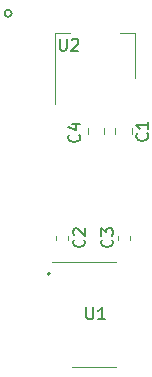
<source format=gbr>
%TF.GenerationSoftware,KiCad,Pcbnew,(5.99.0-7356-g63088e8bdb)*%
%TF.CreationDate,2021-07-04T12:00:28+08:00*%
%TF.ProjectId,DualPowerOctalTransceiver,4475616c-506f-4776-9572-4f6374616c54,rev?*%
%TF.SameCoordinates,Original*%
%TF.FileFunction,Legend,Top*%
%TF.FilePolarity,Positive*%
%FSLAX46Y46*%
G04 Gerber Fmt 4.6, Leading zero omitted, Abs format (unit mm)*
G04 Created by KiCad (PCBNEW (5.99.0-7356-g63088e8bdb)) date 2021-07-04 12:00:28*
%MOMM*%
%LPD*%
G01*
G04 APERTURE LIST*
%ADD10C,0.150000*%
%ADD11C,0.120000*%
G04 APERTURE END LIST*
D10*
X111611803Y-74238197D02*
G75*
G03*
X111611803Y-74238197I-111803J0D01*
G01*
X108351730Y-52200000D02*
G75*
G03*
X108351730Y-52200000I-301730J0D01*
G01*
%TO.C,C3*%
X116827142Y-71366666D02*
X116874761Y-71414285D01*
X116922380Y-71557142D01*
X116922380Y-71652380D01*
X116874761Y-71795238D01*
X116779523Y-71890476D01*
X116684285Y-71938095D01*
X116493809Y-71985714D01*
X116350952Y-71985714D01*
X116160476Y-71938095D01*
X116065238Y-71890476D01*
X115970000Y-71795238D01*
X115922380Y-71652380D01*
X115922380Y-71557142D01*
X115970000Y-71414285D01*
X116017619Y-71366666D01*
X115922380Y-71033333D02*
X115922380Y-70414285D01*
X116303333Y-70747619D01*
X116303333Y-70604761D01*
X116350952Y-70509523D01*
X116398571Y-70461904D01*
X116493809Y-70414285D01*
X116731904Y-70414285D01*
X116827142Y-70461904D01*
X116874761Y-70509523D01*
X116922380Y-70604761D01*
X116922380Y-70890476D01*
X116874761Y-70985714D01*
X116827142Y-71033333D01*
%TO.C,U1*%
X114688095Y-77102380D02*
X114688095Y-77911904D01*
X114735714Y-78007142D01*
X114783333Y-78054761D01*
X114878571Y-78102380D01*
X115069047Y-78102380D01*
X115164285Y-78054761D01*
X115211904Y-78007142D01*
X115259523Y-77911904D01*
X115259523Y-77102380D01*
X116259523Y-78102380D02*
X115688095Y-78102380D01*
X115973809Y-78102380D02*
X115973809Y-77102380D01*
X115878571Y-77245238D01*
X115783333Y-77340476D01*
X115688095Y-77388095D01*
%TO.C,U2*%
X112438095Y-54352380D02*
X112438095Y-55161904D01*
X112485714Y-55257142D01*
X112533333Y-55304761D01*
X112628571Y-55352380D01*
X112819047Y-55352380D01*
X112914285Y-55304761D01*
X112961904Y-55257142D01*
X113009523Y-55161904D01*
X113009523Y-54352380D01*
X113438095Y-54447619D02*
X113485714Y-54400000D01*
X113580952Y-54352380D01*
X113819047Y-54352380D01*
X113914285Y-54400000D01*
X113961904Y-54447619D01*
X114009523Y-54542857D01*
X114009523Y-54638095D01*
X113961904Y-54780952D01*
X113390476Y-55352380D01*
X114009523Y-55352380D01*
%TO.C,C2*%
X114457142Y-71366666D02*
X114504761Y-71414285D01*
X114552380Y-71557142D01*
X114552380Y-71652380D01*
X114504761Y-71795238D01*
X114409523Y-71890476D01*
X114314285Y-71938095D01*
X114123809Y-71985714D01*
X113980952Y-71985714D01*
X113790476Y-71938095D01*
X113695238Y-71890476D01*
X113600000Y-71795238D01*
X113552380Y-71652380D01*
X113552380Y-71557142D01*
X113600000Y-71414285D01*
X113647619Y-71366666D01*
X113647619Y-70985714D02*
X113600000Y-70938095D01*
X113552380Y-70842857D01*
X113552380Y-70604761D01*
X113600000Y-70509523D01*
X113647619Y-70461904D01*
X113742857Y-70414285D01*
X113838095Y-70414285D01*
X113980952Y-70461904D01*
X114552380Y-71033333D01*
X114552380Y-70414285D01*
%TO.C,C4*%
X114057142Y-62466666D02*
X114104761Y-62514285D01*
X114152380Y-62657142D01*
X114152380Y-62752380D01*
X114104761Y-62895238D01*
X114009523Y-62990476D01*
X113914285Y-63038095D01*
X113723809Y-63085714D01*
X113580952Y-63085714D01*
X113390476Y-63038095D01*
X113295238Y-62990476D01*
X113200000Y-62895238D01*
X113152380Y-62752380D01*
X113152380Y-62657142D01*
X113200000Y-62514285D01*
X113247619Y-62466666D01*
X113485714Y-61609523D02*
X114152380Y-61609523D01*
X113104761Y-61847619D02*
X113819047Y-62085714D01*
X113819047Y-61466666D01*
%TO.C,C1*%
X119807142Y-62366666D02*
X119854761Y-62414285D01*
X119902380Y-62557142D01*
X119902380Y-62652380D01*
X119854761Y-62795238D01*
X119759523Y-62890476D01*
X119664285Y-62938095D01*
X119473809Y-62985714D01*
X119330952Y-62985714D01*
X119140476Y-62938095D01*
X119045238Y-62890476D01*
X118950000Y-62795238D01*
X118902380Y-62652380D01*
X118902380Y-62557142D01*
X118950000Y-62414285D01*
X118997619Y-62366666D01*
X119902380Y-61414285D02*
X119902380Y-61985714D01*
X119902380Y-61700000D02*
X118902380Y-61700000D01*
X119045238Y-61795238D01*
X119140476Y-61890476D01*
X119188095Y-61985714D01*
D11*
%TO.C,C3*%
X118410000Y-71362779D02*
X118410000Y-71037221D01*
X117390000Y-71362779D02*
X117390000Y-71037221D01*
%TO.C,U1*%
X113445700Y-82175000D02*
X117154300Y-82175000D01*
X111775000Y-73225000D02*
X117158600Y-73225000D01*
%TO.C,U2*%
X118810000Y-53890000D02*
X117550000Y-53890000D01*
X111990000Y-53890000D02*
X113250000Y-53890000D01*
X111990000Y-59900000D02*
X111990000Y-53890000D01*
X118810000Y-57650000D02*
X118810000Y-53890000D01*
%TO.C,C2*%
X113110000Y-71362779D02*
X113110000Y-71037221D01*
X112090000Y-71362779D02*
X112090000Y-71037221D01*
%TO.C,C4*%
X116210000Y-61941422D02*
X116210000Y-62458578D01*
X114790000Y-61941422D02*
X114790000Y-62458578D01*
%TO.C,C1*%
X118510000Y-61941422D02*
X118510000Y-62458578D01*
X117090000Y-61941422D02*
X117090000Y-62458578D01*
%TD*%
M02*

</source>
